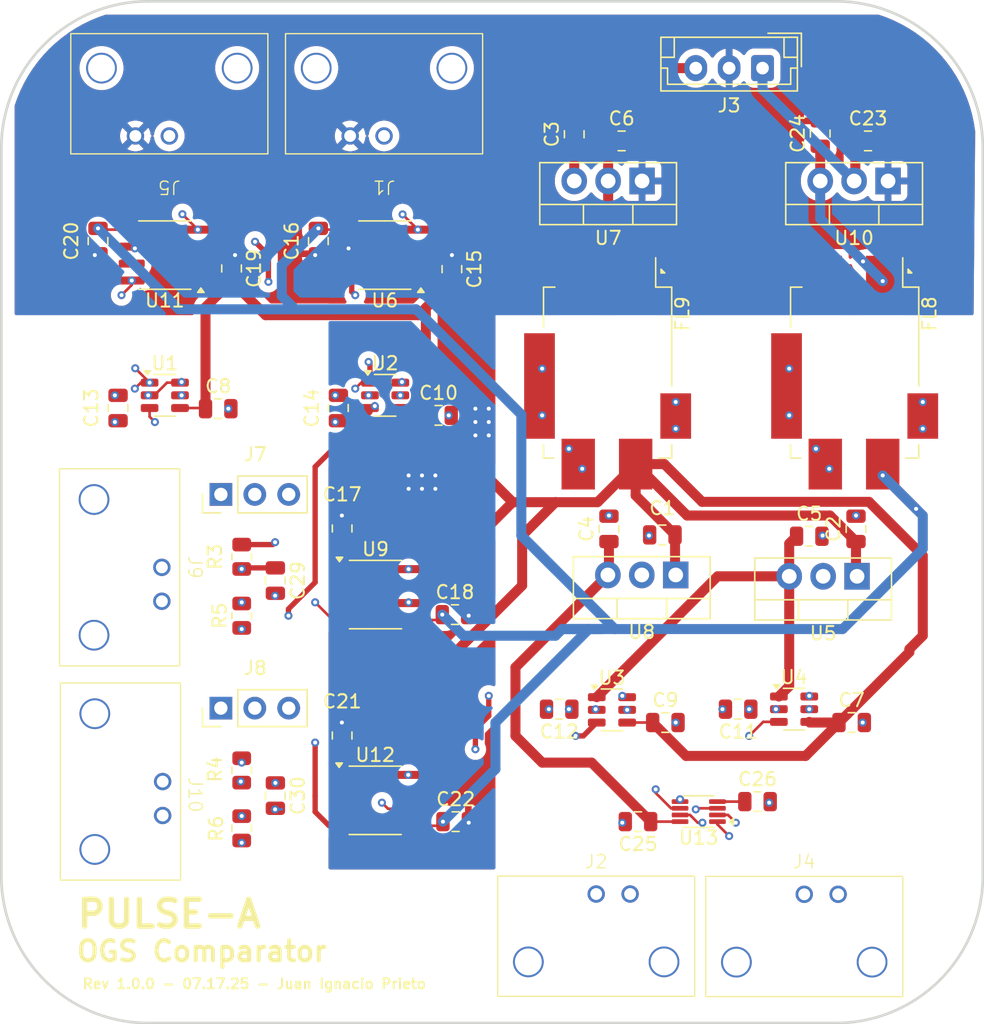
<source format=kicad_pcb>
(kicad_pcb (version 20241229) (generator "pcbnew") (generator_version "9.0")
  (layers (0 "F.Cu" signal) (4 "In1.Cu" signal) (6 "In2.Cu" signal) (2 "B.Cu" signal) (13 "F.Paste" user) (15 "B.Paste" user) (5 "F.SilkS" user "F.Silkscreen") (7 "B.SilkS" user "B.Silkscreen") (1 "F.Mask" user) (3 "B.Mask" user) (25 "Edge.Cuts" user))
  (net 0 "")
  (net 1 "GND-0")
  (net 2 "GND-1")
  (net 3 "Net-(R4-Pad1)")
  (net 4 "Net-(J10-In)")
  (net 5 "Net-(R3-Pad1)")
  (net 6 "Net-(J9-In)")
  (net 7 "Net-(FL8-B)")
  (net 8 "GND")
  (net 9 "-PWR")
  (net 10 "GND_Filter")
  (net 11 "+5V")
  (net 12 "FPGA")
  (net 13 "Threshold")
  (net 14 "+PWR")
  (net 15 "Net-(FL9-B)")
  (net 16 "Net-(U1-Pad5)")
  (net 17 "Net-(J1A-In1)")
  (net 18 "V_0")
  (net 19 "Net-(U13-Pad6)")
  (net 20 "V_1")
  (net 21 "Net-(U13-Pad2)")
  (net 22 "Net-(U13-Pad1)")
  (net 24 "-5V")
  (net 36 "Net-(J5A-In1)")
  (net 37 "Net-(J4A-In1)")
  (net 38 "Net-(J2A-In1)")
  (net 39 "Net-(U13C-GND)")
  (net 40 "Net-(J10-Ext)")
  (net 41 "Net-(J7-Pin_2)")
  (footprint "Capacitor_SMD:C_0805_2012Metric" (layer "F.Cu") (at 176.175 91)
    (property "Reference" "C7")
    (property "Value" "0.1 uF")
  )
  (footprint "Capacitor_SMD:C_0805_2012Metric" (layer "F.Cu") (at 177.4 47.45)
    (property "Reference" "C23")
    (property "Value" "2.2uF")
  )
  (footprint "Resistor_SMD:R_0805_2012Metric" (layer "F.Cu") (at 130.5 94.5875 -90)
    (property "Reference" "R4")
    (property "Value" "51")
  )
  (footprint "Capacitor_SMD:C_0805_2012Metric" (layer "F.Cu") (at 136.24 54.95 -90)
    (property "Reference" "C16")
    (property "Value" "0.1uf")
  )
  (footprint "OGS Comparator Footpring Library V.01:Molex BNC" (layer "F.Cu") (at 141.16 50.42 180)
    (property "Reference" "J1")
    (property "Value" "Voltage Amplifier Input (BNC)")
  )
  (footprint "Capacitor_SMD:C_0805_2012Metric" (layer "F.Cu") (at 138.02 91.97 -90)
    (property "Reference" "C21")
    (property "Value" "0.1uf")
  )
  (footprint "Capacitor_SMD:C_0805_2012Metric" (layer "F.Cu") (at 155.4 46.95 90)
    (property "Reference" "C3")
    (property "Value" "10uF")
  )
  (footprint "Capacitor_SMD:C_0805_2012Metric" (layer "F.Cu") (at 119.74 54.95 -90)
    (property "Reference" "C20")
    (property "Value" "0.1uf")
  )
  (footprint "Capacitor_SMD:C_0805_2012Metric" (layer "F.Cu") (at 158.95 47.45)
    (property "Reference" "C6")
    (property "Value" "10uF")
  )
  (footprint "Resistor_SMD:R_0805_2012Metric" (layer "F.Cu") (at 130.5 83 90)
    (property "Reference" "R5")
    (property "Value" "10")
  )
  (footprint "Capacitor_SMD:C_0805_2012Metric" (layer "F.Cu") (at 154.275 90 180)
    (property "Reference" "C12")
    (property "Value" "0.1 uF")
  )
  (footprint "Package_TO_SOT_THT:TO-220-3_Vertical" (layer "F.Cu") (at 163 79.95 180)
    (property "Reference" "U8")
    (property "Value" "Voltage Regulator (FPGA)")
  )
  (footprint "Filter:Filter_Murata_BNX025" (layer "F.Cu") (at 176.4 64.8 -90)
    (property "Reference" "FL8")
    (property "Value" "BNX023-01L")
  )
  (footprint "Capacitor_SMD:C_0805_2012Metric" (layer "F.Cu") (at 160.175 98.42 180)
    (property "Reference" "C25")
    (property "Value" "0.1 uF")
  )
  (footprint "Capacitor_SMD:C_0805_2012Metric" (layer "F.Cu") (at 145.24 68)
    (property "Reference" "C10")
    (property "Value" "0.1 uF")
  )
  (footprint "Resistor_SMD:R_0805_2012Metric" (layer "F.Cu") (at 130.5 98.92 90)
    (property "Reference" "R6")
    (property "Value" "10")
  )
  (footprint "Capacitor_SMD:C_0805_2012Metric" (layer "F.Cu") (at 133.02 96.47 -90)
    (property "Reference" "C30")
    (property "Value" "2.2nF")
  )
  (footprint "Capacitor_SMD:C_0805_2012Metric" (layer "F.Cu") (at 137.74 67.45 -90)
    (property "Reference" "C14")
    (property "Value" "0.1 uF")
  )
  (footprint "Connector_PinHeader_2.54mm:PinHeader_1x03_P2.54mm_Vertical" (layer "F.Cu") (at 128.94 73.92 90)
    (property "Reference" "J7")
    (property "Value" "GND/REF")
  )
  (footprint "Capacitor_SMD:C_0805_2012Metric" (layer "F.Cu") (at 129.74 57 -90)
    (property "Reference" "C19")
    (property "Value" "0.1uf")
  )
  (footprint "Capacitor_SMD:C_0805_2012Metric" (layer "F.Cu") (at 162 76.95 180)
    (property "Reference" "C1")
    (property "Value" "4.7uF")
  )
  (footprint "Capacitor_SMD:C_0805_2012Metric" (layer "F.Cu") (at 146.24 57.05 -90)
    (property "Reference" "C15")
    (property "Value" "0.1uf")
  )
  (footprint "Package_SO:SOIC-8_3.9x4.9mm_P1.27mm" (layer "F.Cu") (at 140.495 96.825)
    (property "Reference" "U12")
    (property "Value" "BUF602xD")
  )
  (footprint "Connector_JST:JST_EH_B3B-EH-A_1x03_P2.50mm_Vertical" (layer "F.Cu") (at 169.5 42 180)
    (property "Reference" "J3")
    (property "Value" "Power Inputs")
  )
  (footprint "Capacitor_SMD:C_0805_2012Metric" (layer "F.Cu") (at 133.02 80.37 -90)
    (property "Reference" "C29")
    (property "Value" "2.2nF")
  )
  (footprint "Capacitor_SMD:C_0805_2012Metric" (layer "F.Cu") (at 146.47 82.92)
    (property "Reference" "C18")
    (property "Value" "0.1uf")
  )
  (footprint "Package_TO_SOT_SMD:SOT-23-6" (layer "F.Cu") (at 124.74 66.5)
    (property "Reference" "U1")
    (property "Value" "TLV1831-Q1")
  )
  (footprint "Capacitor_SMD:C_0805_2012Metric" (layer "F.Cu") (at 176.5 76.5 90)
    (property "Reference" "C2")
    (property "Value" "0.1uF")
  )
  (footprint "Package_SO:SOIC-8_3.9x4.9mm_P1.27mm" (layer "F.Cu") (at 140.52 81.42)
    (property "Reference" "U9")
    (property "Value" "BUF602xD")
  )
  (footprint "Capacitor_SMD:C_0805_2012Metric" (layer "F.Cu") (at 128.74 67.5)
    (property "Reference" "C8")
    (property "Value" "0.1 uF")
  )
  (footprint "OGS Comparator Footpring Library V.01:Molex BNC" (layer "F.Cu") (at 127.92 95.42 -90)
    (property "Reference" "J10")
    (property "Value" "Molex 0731375003")
  )
  (footprint "Capacitor_SMD:C_0805_2012Metric" (layer "F.Cu") (at 162.225 91)
    (property "Reference" "C9")
    (property "Value" "0.1 uF")
  )
  (footprint "Package_SO:SOIC-8_3.9x4.9mm_P1.27mm" (layer "F.Cu") (at 124.74 56 180)
    (property "Reference" "U11")
    (property "Value" "BUF602xD")
  )
  (footprint "Capacitor_SMD:C_0805_2012Metric" (layer "F.Cu") (at 169.125 96.92)
    (property "Reference" "C26")
    (property "Value" "0.1 uF")
  )
  (footprint "Capacitor_SMD:C_0805_2012Metric" (layer "F.Cu") (at 173 77.05)
    (property "Reference" "C5")
    (property "Value" "1uF")
  )
  (footprint "Capacitor_SMD:C_0805_2012Metric" (layer "F.Cu") (at 158 76.5 90)
    (property "Reference" "C4")
    (property "Value" "1uF")
  )
  (footprint "Capacitor_SMD:C_0805_2012Metric" (layer "F.Cu") (at 146.52 98.42)
    (property "Reference" "C22")
    (property "Value" "0.1uf")
  )
  (footprint "Package_TO_SOT_THT:TO-220-3_Vertical" (layer "F.Cu") (at 178.9 50.45 180)
    (property "Reference" "U10")
    (property "Value" "Voltage Regulator -5V")
  )
  (footprint "Capacitor_SMD:C_0805_2012Metric" (layer "F.Cu") (at 138.02 76.47 -90)
    (property "Reference" "C17")
    (property "Value" "0.1uf")
  )
  (footprint "Package_TO_SOT_THT:TO-220-3_Vertical" (layer "F.Cu") (at 160.48 50.45 180)
    (property "Reference" "U7")
    (property "Value" "Voltage Regulator +5V")
  )
  (footprint "OGS Comparator Footpring Library V.01:Molex BNC" (layer "F.Cu") (at 125.08 50.42 180)
    (property "Reference" "J5")
    (property "Value" "Voltage Amplifier Input (BNC)")
  )
  (footprint "Resistor_SMD:R_0805_2012Metric" (layer "F.Cu") (at 130.5 78.5875 -90)
    (property "Reference" "R3")
    (property "Value" "51")
  )
  (footprint "Package_TO_SOT_THT:TO-220-3_Vertical" (layer "F.Cu") (at 176.58 80.05 180)
    (property "Reference" "U5")
    (property "Value" "Voltage Regulator (Threshold)")
  )
  (footprint "Package_TO_SOT_SMD:SOT-23-6" (layer "F.Cu") (at 141.24 66.5)
    (property "Reference" "U2")
    (property "Value" "TLV1831-Q1")
  )
  (footprint "Filter:Filter_Murata_BNX025" (layer "F.Cu") (at 157.9 64.8 -90)
    (property "Reference" "FL9")
    (property "Value" "BNX023-01L")
  )
  (footprint "OGS Comparator Footpring Library V.01:Molex BNC" (layer "F.Cu") (at 172.625 100.52)
    (property "Reference" "J4")
    (property "Value" "Comparator Output (BNC)")
  )
  (footprint "Package_SO:VSSOP-8_2.3x2mm_P0.5mm" (layer "F.Cu") (at 164.725 97.67 180)
    (property "Reference" "U13")
    (property "Value" "74LVC2G08")
  )
  (footprint "Capacitor_SMD:C_0805_2012Metric" (layer "F.Cu") (at 121.24 67.45 -90)
    (property "Reference" "C13")
    (property "Value" "0.1 uF")
  )
  (footprint "Capacitor_SMD:C_0805_2012Metric" (layer "F.Cu") (at 173.82 46.9 90)
    (property "Reference" "C24")
    (property "Value" "1uF")
  )
  (footprint "Connector_PinHeader_2.54mm:PinHeader_1x03_P2.54mm_Vertical" (layer "F.Cu") (at 128.94 89.92 90)
    (property "Reference" "J8")
    (property "Value" "GND/REF")
  )
  (footprint "OGS Comparator Footpring Library V.01:Molex BNC" (layer "F.Cu") (at 127.86 79.38 -90)
    (property "Reference" "J9")
    (property "Value" "Molex 0731375003")
  )
  (footprint "Package_SO:SOIC-8_3.9x4.9mm_P1.27mm" (layer "F.Cu") (at 141.215 56 180)
    (property "Reference" "U6")
    (property "Value" "BUF602xD")
  )
  (footprint "Capacitor_SMD:C_0805_2012Metric" (layer "F.Cu") (at 167.675 90 180)
    (property "Reference" "C11")
    (property "Value" "0.1 uF")
  )
  (footprint "Package_TO_SOT_SMD:SOT-23-6" (layer "F.Cu") (at 158.225 90.05)
    (property "Reference" "U3")
    (property "Value" "TLV1831-Q1")
  )
  (footprint "OGS Comparator Footpring Library V.01:Molex BNC" (layer "F.Cu") (at 157.045 100.5)
    (property "Reference" "J2")
    (property "Value" "Comparator Output (BNC)")
  )
  (footprint "Package_TO_SOT_SMD:SOT-23-6" (layer "F.Cu") (at 171.8625 90)
    (property "Reference" "U4")
    (property "Value" "TLV1831-Q1")
  )
  (gr_arc (start 175 37) (mid 182.778175 40.221825) (end 186 48) (stroke (width 0.2)) (layer "Edge.Cuts"))
  (gr_line (start 186 48) (end 186 102.5) (stroke (width 0.2)) (layer "Edge.Cuts"))
  (gr_arc (start 112.5 48) (mid 115.721825 40.221825) (end 123.5 37) (stroke (width 0.2)) (layer "Edge.Cuts"))
  (gr_line (start 112.5 48) (end 112.5 102.5) (stroke (width 0.2)) (layer "Edge.Cuts"))
  (gr_arc (start 123.5 113.5) (mid 115.721825 110.278175) (end 112.5 102.5) (stroke (width 0.2)) (layer "Edge.Cuts"))
  (gr_line (start 123.5 113.5) (end 175 113.5) (stroke (width 0.2)) (layer "Edge.Cuts"))
  (gr_line (start 123.5 37) (end 175 37) (stroke (width 0.2)) (layer "Edge.Cuts"))
  (gr_arc (start 186 102.5) (mid 182.778175 110.278175) (end 175 113.5) (stroke (width 0.2)) (layer "Edge.Cuts"))
  (gr_text "PULSE-A" (at 118 106.5 0) (layer "F.SilkS") (effects (font (size 2 2) (thickness 0.4) (bold yes)) (justify left bottom)))
  (gr_text "Rev 1.0.0 - 07.17.25 - Juan Ignacio Prieto" (at 118.5 111 0) (layer "F.SilkS") (effects (font (size 0.75 0.75) (thickness 0.15) (bold yes)) (justify left bottom)))
  (gr_text "OGS Comparator" (at 118 109 0) (layer "F.SilkS") (effects (font (size 1.5 1.5) (thickness 0.3) (bold yes)) (justify left bottom)))
  (via (at 130.5 100) (size 0.6) (drill 0.3) (layers "F.Cu" "B.Cu") (net 1))
  (via (at 130.5 84) (size 0.6) (drill 0.3) (layers "F.Cu" "B.Cu") (net 2))
  (segment (start 130.5 93.675) (end 130.5 94) (width 0.4) (layer "F.Cu") (net 3))
  (via (at 142.97 94.92) (size 0.6) (drill 0.3) (layers "F.Cu" "B.Cu") (net 3))
  (via (at 130.5 94) (size 0.6) (drill 0.3) (layers "F.Cu" "B.Cu") (net 3))
  (via (at 133.02 95.52) (size 0.6) (drill 0.3) (layers "F.Cu" "B.Cu") (net 4))
  (via (at 130.4325 95.42) (size 0.6) (drill 0.3) (layers "F.Cu" "B.Cu") (net 4))
  (segment (start 130.5 77.675) (end 132.825 77.675) (width 0.4) (layer "F.Cu") (net 5))
  (segment (start 132.825 77.675) (end 133 77.5) (width 0.2) (layer "F.Cu") (net 5))
  (via (at 142.995 79.515) (size 0.6) (drill 0.3) (layers "F.Cu" "B.Cu") (net 5))
  (via (at 133 77.5) (size 0.6) (drill 0.3) (layers "F.Cu" "B.Cu") (net 5))
  (segment (start 130.58 79.42) (end 130.5 79.5) (width 0.2) (layer "F.Cu") (net 6))
  (segment (start 133.02 79.42) (end 130.58 79.42) (width 0.4) (layer "F.Cu") (net 6))
  (via (at 130.5 79.5) (size 0.6) (drill 0.3) (layers "F.Cu" "B.Cu") (net 6))
  (segment (start 178.45 57.95) (end 177.5 57) (width 0.2) (layer "F.Cu") (net 7))
  (segment (start 178.45 57.95) (end 178.5 57.95) (width 0.2) (layer "F.Cu") (net 7))
  (segment (start 178.5 57.95) (end 177.025 56.475) (width 0.75) (layer "F.Cu") (net 7))
  (segment (start 173.82 50.45) (end 173.82 47.85) (width 0.75) (layer "F.Cu") (net 7))
  (via (at 178.5 57.95) (size 0.7) (drill 0.3) (layers "F.Cu" "B.Cu") (net 7))
  (via (at 177.025 56.475) (size 0.6) (drill 0.3) (layers "F.Cu" "B.Cu") (net 7))
  (segment (start 173.82 50.45) (end 173.82 53.27) (width 0.75) (layer "B.Cu") (net 7))
  (segment (start 177.025 56.475) (end 178.5 57.95) (width 0.75) (layer "B.Cu") (net 7))
  (segment (start 173.82 53.27) (end 177.025 56.475) (width 0.75) (layer "B.Cu") (net 7))
  (via (at 130 56) (size 0.6) (drill 0.3) (layers "F.Cu" "B.Cu") (net 8))
  (via (at 143 72.5) (size 0.6) (drill 0.3) (layers "F.Cu" "B.Cu") (net 8))
  (via (at 149 67.5) (size 0.6) (drill 0.3) (layers "F.Cu" "B.Cu") (net 8))
  (via (at 149 68.5) (size 0.6) (drill 0.3) (layers "F.Cu" "B.Cu") (net 8))
  (via (at 138 75.5) (size 0.6) (drill 0.3) (layers "F.Cu" "B.Cu") (net 8))
  (via (at 147.5 83) (size 0.6) (drill 0.3) (layers "F.Cu" "B.Cu") (net 8))
  (via (at 138 91) (size 0.6) (drill 0.3) (layers "F.Cu" "B.Cu") (net 8))
  (via (at 122.5 55.5) (size 0.6) (drill 0.3) (layers "F.Cu" "B.Cu") (net 8))
  (via (at 148 67.5) (size 0.6) (drill 0.3) (layers "F.Cu" "B.Cu") (net 8))
  (via (at 145 72.5) (size 0.6) (drill 0.3) (layers "F.Cu" "B.Cu") (net 8))
  (via (at 146.24 56) (size 0.6) (drill 0.3) (layers "F.Cu" "B.Cu") (net 8))
  (via (at 147.5 98.5) (size 0.6) (drill 0.3) (layers "F.Cu" "B.Cu") (net 8))
  (via (at 119.5 56) (size 0.6) (drill 0.3) (layers "F.Cu" "B.Cu") (net 8))
  (via (at 148 68.5) (size 0.6) (drill 0.3) (layers "F.Cu" "B.Cu") (net 8))
  (via (at 145 73.5) (size 0.6) (drill 0.3) (layers "F.Cu" "B.Cu") (net 8))
  (via (at 143 73.5) (size 0.6) (drill 0.3) (layers "F.Cu" "B.Cu") (net 8))
  (via (at 144 73.5) (size 0.6) (drill 0.3) (layers "F.Cu" "B.Cu") (net 8))
  (via (at 149 69.5) (size 0.6) (drill 0.3) (layers "F.Cu" "B.Cu") (net 8))
  (via (at 144 72.5) (size 0.6) (drill 0.3) (layers "F.Cu" "B.Cu") (net 8))
  (via (at 148 69.5) (size 0.6) (drill 0.3) (layers "F.Cu" "B.Cu") (net 8))
  (via (at 138.5 55.5) (size 0.6) (drill 0.3) (layers "F.Cu" "B.Cu") (net 8))
  (via (at 136 56) (size 0.6) (drill 0.3) (layers "F.Cu" "B.Cu") (net 8))
  (segment (start 176.45 47.45) (end 176.45 50.36) (width 0.75) (layer "F.Cu") (net 9))
  (segment (start 176.45 50.36) (end 176.36 50.45) (width 0.2) (layer "F.Cu") (net 9))
  (segment (start 169.5 43.59) (end 176.36 50.45) (width 0.75) (layer "B.Cu") (net 9))
  (segment (start 169.5 42) (end 169.5 43.59) (width 0.75) (layer "B.Cu") (net 9))
  (segment (start 124.906968 65.55) (end 123.956968 66.5) (width 0.2) (layer "F.Cu") (net 10))
  (segment (start 152.8 64.7) (end 153 64.5) (width 0.2) (layer "F.Cu") (net 10))
  (segment (start 152.8 65.8) (end 152.8 64.7) (width 0.2) (layer "F.Cu") (net 10))
  (segment (start 123.956968 66.5) (end 123.6025 66.5) (width 0.2) (layer "F.Cu") (net 10))
  (segment (start 125.8775 65.55) (end 124.906968 65.55) (width 0.2) (layer "F.Cu") (net 10))
  (via (at 161 77) (size 0.6) (drill 0.3) (layers "F.Cu" "B.Cu") (net 10))
  (via (at 173.5 70.5) (size 0.6) (drill 0.3) (layers "F.Cu" "B.Cu") (net 10))
  (via (at 173 89) (size 0.6) (drill 0.3) (layers "F.Cu" "B.Cu") (net 10))
  (via (at 153 68) (size 0.6) (drill 0.3) (layers "F.Cu" "B.Cu") (net 10))
  (via (at 137.5 66.5) (size 0.6) (drill 0.3) (layers "F.Cu" "B.Cu") (net 10))
  (via (at 121 68.5) (size 0.6) (drill 0.3) (layers "F.Cu" "B.Cu") (net 10))
  (via (at 176.5 75.5) (size 0.6) (drill 0.3) (layers "F.Cu" "B.Cu") (net 10))
  (via (at 159 89) (size 0.6) (drill 0.3) (layers "F.Cu" "B.Cu") (net 10))
  (via (at 146 68) (size 0.6) (drill 0.3) (layers "F.Cu" "B.Cu") (net 10))
  (via (at 163 69) (size 0.6) (drill 0.3) (layers "F.Cu" "B.Cu") (net 10))
  (via (at 159 98.5) (size 0.6) (drill 0.3) (layers "F.Cu" "B.Cu") (net 10))
  (via (at 153.5 90) (size 0.6) (drill 0.3) (layers "F.Cu" "B.Cu") (net 10))
  (via (at 155 90) (size 0.6) (drill 0.3) (layers "F.Cu" "B.Cu") (net 10))
  (via (at 163 67) (size 0.6) (drill 0.3) (layers "F.Cu" "B.Cu") (net 10))
  (via (at 137.5 68.5) (size 0.6) (drill 0.3) (layers "F.Cu" "B.Cu") (net 10))
  (via (at 170 97) (size 0.6) (drill 0.3) (layers "F.Cu" "B.Cu") (net 10))
  (via (at 171.5 64.5) (size 0.6) (drill 0.3) (layers "F.Cu" "B.Cu") (net 10))
  (via (at 123.5 66.5) (size 0.6) (drill 0.3) (layers "F.Cu" "B.Cu") (net 10))
  (via (at 155 70.5) (size 0.6) (drill 0.3) (layers "F.Cu" "B.Cu") (net 10))
  (via (at 129.5 67.5) (size 0.6) (drill 0.3) (layers "F.Cu" "B.Cu") (net 10))
  (via (at 177 91) (size 0.6) (drill 0.3) (layers "F.Cu" "B.Cu") (net 10))
  (via (at 181.5 69) (size 0.6) (drill 0.3) (layers "F.Cu" "B.Cu") (net 10))
  (via (at 126 65.5) (size 0.6) (drill 0.3) (layers "F.Cu" "B.Cu") (net 10))
  (via (at 170.5 90) (size 0.6) (drill 0.3) (layers "F.Cu" "B.Cu") (net 10))
  (via (at 163 91) (size 0.6) (drill 0.3) (layers "F.Cu" "B.Cu") (net 10))
  (via (at 171.5 68) (size 0.6) (drill 0.3) (layers "F.Cu" "B.Cu") (net 10))
  (via (at 174.5 72) (size 0.6) (drill 0.3) (layers "F.Cu" "B.Cu") (net 10))
  (via (at 157 90) (size 0.6) (drill 0.3) (layers "F.Cu" "B.Cu") (net 10))
  (via (at 181.5 67) (size 0.6) (drill 0.3) (layers "F.Cu" "B.Cu") (net 10))
  (via (at 121 66.5) (size 0.6) (drill 0.3) (layers "F.Cu" "B.Cu") (net 10))
  (via (at 140 66.5) (size 0.6) (drill 0.3) (layers "F.Cu" "B.Cu") (net 10))
  (via (at 142.5 65.5) (size 0.6) (drill 0.3) (layers "F.Cu" "B.Cu") (net 10))
  (via (at 174 77) (size 0.6) (drill 0.3) (layers "F.Cu" "B.Cu") (net 10))
  (via (at 168.5 90) (size 0.6) (drill 0.3) (layers "F.Cu" "B.Cu") (net 10))
  (via (at 153 64.5) (size 0.6) (drill 0.3) (layers "F.Cu" "B.Cu") (net 10))
  (via (at 156 72) (size 0.6) (drill 0.3) (layers "F.Cu" "B.Cu") (net 10))
  (via (at 158 75.5) (size 0.6) (drill 0.3) (layers "F.Cu" "B.Cu") (net 10))
  (via (at 166.5 90) (size 0.6) (drill 0.3) (layers "F.Cu" "B.Cu") (net 10))
  (segment (start 144.29 59.95) (end 146.24 58) (width 0.75) (layer "F.Cu") (net 11))
  (segment (start 129.695 57.905) (end 129.74 57.95) (width 0.2) (layer "F.Cu") (net 11))
  (segment (start 181.5 84.5) (end 180.5 85.5) (width 0.75) (layer "F.Cu") (net 11))
  (segment (start 157.15 74.5) (end 160 71.65) (width 0.75) (layer "F.Cu") (net 11))
  (segment (start 162.95 76.95) (end 162.95 79.9) (width 0.75) (layer "F.Cu") (net 11))
  (segment (start 172.725 93.5) (end 163.775 93.5) (width 0.75) (layer "F.Cu") (net 11))
  (segment (start 138.045 79.515) (end 138.045 77.445) (width 0.2) (layer "F.Cu") (net 11))
  (segment (start 180.5 85.5) (end 180.5 85.725) (width 0.75) (layer "F.Cu") (net 11))
  (segment (start 125.8775 67.45) (end 127.74 67.45) (width 0.2) (layer "F.Cu") (net 11))
  (segment (start 150.79 74.5) (end 147.87 77.42) (width 0.75) (layer "F.Cu") (net 11))
  (segment (start 127.79 67.5) (end 127.79 59.9) (width 0.75) (layer "F.Cu") (net 11))
  (segment (start 138.045 77.445) (end 138.02 77.42) (width 0.2) (layer "F.Cu") (net 11))
  (segment (start 159.3625 91) (end 161.275 91) (width 0.2) (layer "F.Cu") (net 11))
  (segment (start 147.87 77.42) (end 138.02 77.42) (width 0.75) (layer "F.Cu") (net 11))
  (segment (start 173.05 91) (end 173 90.95) (width 0.75) (layer "F.Cu") (net 11))
  (segment (start 160 71.65) (end 162.15 71.65) (width 0.75) (layer "F.Cu") (net 11))
  (segment (start 127.79 59.9) (end 129.74 57.95) (width 0.75) (layer "F.Cu") (net 11))
  (segment (start 151.5 77) (end 151.5 80.740068) (width 0.75) (layer "F.Cu") (net 11))
  (segment (start 132.29 60.5) (end 143.74 60.5) (width 0.75) (layer "F.Cu") (net 11))
  (segment (start 177.474 74.474) (end 181.5 78.5) (width 0.75) (layer "F.Cu") (net 11))
  (segment (start 143.74 60.5) (end 146.24 58) (width 0.75) (layer "F.Cu") (net 11))
  (segment (start 174.55 75.5) (end 163.85 75.5) (width 0.75) (layer "F.Cu") (net 11))
  (segment (start 143.69 57.905) (end 146.145 57.905) (width 0.2) (layer "F.Cu") (net 11))
  (segment (start 163.85 75.5) (end 160 71.65) (width 0.75) (layer "F.Cu") (net 11))
  (segment (start 175.225 91) (end 172.725 93.5) (width 0.75) (layer "F.Cu") (net 11))
  (segment (start 164.974 74.474) (end 177.474 74.474) (width 0.75) (layer "F.Cu") (net 11))
  (segment (start 143.74 67.45) (end 142.3775 67.45) (width 0.2) (layer "F.Cu") (net 11))
  (segment (start 127.74 67.45) (end 127.79 67.5) (width 0.2) (layer "F.Cu") (net 11))
  (segment (start 180.5 85.725) (end 175.225 91) (width 0.75) (layer "F.Cu") (net 11))
  (segment (start 144.29 68) (end 144.29 59.95) (width 0.75) (layer "F.Cu") (net 11))
  (segment (start 162.15 71.65) (end 164.974 74.474) (width 0.75) (layer "F.Cu") (net 11))
  (segment (start 146.145 57.905) (end 146.24 58) (width 0.2) (layer "F.Cu") (net 11))
  (segment (start 144.29 68) (end 143.74 67.45) (width 0.2) (layer "F.Cu") (net 11))
  (segment (start 176.5 77.45) (end 176.5 79.97) (width 0.75) (layer "F.Cu") (net 11))
  (segment (start 162.95 76.95) (end 160 74) (width 0.75) (layer "F.Cu") (net 11))
  (segment (start 151.5 80.740068) (end 139.320068 92.92) (width 0.75) (layer "F.Cu") (net 11))
  (segment (start 176.5 79.97) (end 176.58 80.05) (width 0.2) (layer "F.Cu") (net 11))
  (segment (start 127.215 57.905) (end 129.695 57.905) (width 0.2) (layer "F.Cu") (net 11))
  (segment (start 162.95 79.9) (end 163 79.95) (width 0.2) (layer "F.Cu") (net 11))
  (segment (start 139.320068 92.92) (end 138.02 92.92) (width 0.75) (layer "F.Cu") (net 11))
  (segment (start 181.5 78.5) (end 181.5 84.5) (width 0.75) (layer "F.Cu") (net 11))
  (segment (start 129.74 57.95) (end 132.29 60.5) (width 0.75) (layer "F.Cu") (net 11))
  (segment (start 163.775 93.5) (end 161.275 91) (width 0.75) (layer "F.Cu") (net 11))
  (segment (start 138.02 94.92) (end 138.02 92.92) (width 0.2) (layer "F.Cu") (net 11))
  (segment (start 154 74.5) (end 157.15 74.5) (width 0.75) (layer "F.Cu") (net 11))
  (segment (start 144.29 68) (end 150.79 74.5) (width 0.75) (layer "F.Cu") (net 11))
  (segment (start 176.5 77.45) (end 174.55 75.5) (width 0.75) (layer "F.Cu") (net 11))
  (segment (start 160 74) (end 160 71.65) (width 0.75) (layer "F.Cu") (net 11))
  (segment (start 154 74.5) (end 151.5 77) (width 0.75) (layer "F.Cu") (net 11))
  (segment (start 175.225 91) (end 173.05 91) (width 0.75) (layer "F.Cu") (net 11))
  (segment (start 150.79 74.5) (end 154 74.5) (width 0.75) (layer "F.Cu") (net 11))
  (segment (start 158 77.45) (end 158 79.87) (width 0.75) (layer "F.Cu") (net 12))
  (segment (start 151 92) (end 153 94) (width 0.75) (layer "F.Cu") (net 12))
  (segment (start 158 79.87) (end 157.92 79.95) (width 0.2) (layer "F.Cu") (net 12))
  (segment (start 153 94) (end 156.705 94) (width 0.75) (layer "F.Cu") (net 12))
  (segment (start 157.92 79.95) (end 151 86.87) (width 0.75) (layer "F.Cu") (net 12))
  (segment (start 156.705 94) (end 161.125 98.42) (width 0.75) (layer "F.Cu") (net 12))
  (segment (start 151 86.87) (end 151 92) (width 0.75) (layer "F.Cu") (net 12))
  (segment (start 163.325 98.42) (end 161.125 98.42) (width 0.2) (layer "F.Cu") (net 12))
  (segment (start 171.5 88.275) (end 170.725 89.05) (width 0.75) (layer "F.Cu") (net 13))
  (segment (start 166.1375 80.05) (end 157.0875 89.1) (width 0.75) (layer "F.Cu") (net 13))
  (segment (start 171.5 80.05) (end 166.1375 80.05) (width 0.75) (layer "F.Cu") (net 13))
  (segment (start 171.5 77.6) (end 172.05 77.05) (width 0.75) (layer "F.Cu") (net 13))
  (segment (start 171.5 80.05) (end 171.5 88.275) (width 0.75) (layer "F.Cu") (net 13))
  (segment (start 171.5 80.05) (end 171.5 77.6) (width 0.75) (layer "F.Cu") (net 13))
  (segment (start 155.4 47.9) (end 155.4 50.45) (width 0.75) (layer "F.Cu") (net 14))
  (segment (start 161.3 42) (end 155.4 47.9) (width 0.75) (layer "F.Cu") (net 14))
  (segment (start 164.5 42) (end 161.3 42) (width 0.75) (layer "F.Cu") (net 14))
  (segment (start 157.94 55.89) (end 160 57.95) (width 0.75) (layer "F.Cu") (net 15))
  (segment (start 157.94 47.51) (end 158 47.45) (width 0.75) (layer "F.Cu") (net 15))
  (segment (start 157.94 50.45) (end 157.94 55.89) (width 0.75) (layer "F.Cu") (net 15))
  (segment (start 157.94 50.45) (end 157.94 47.51) (width 0.75) (layer "F.Cu") (net 15))
  (segment (start 163.325 96.92) (end 163.325 96.745) (width 0.2) (layer "F.Cu") (net 16))
  (segment (start 148 91.5) (end 148 93) (width 0.4) (layer "F.Cu") (net 16))
  (segment (start 125.8775 66.5) (end 126 66.5) (width 0.2) (layer "F.Cu") (net 16))
  (segment (start 149 90.5) (end 148 91.5) (width 0.4) (layer "F.Cu") (net 16))
  (segment (start 149 89) (end 149 90.5) (width 0.4) (layer "F.Cu") (net 16))
  (via (at 163.325 96.745) (size 0.6) (drill 0.3) (layers "F.Cu" "B.Cu") (net 16))
  (via (at 126 66.5) (size 0.6) (drill 0.3) (layers "F.Cu" "B.Cu") (net 16))
  (via (at 148 93) (size 0.6) (drill 0.3) (layers "F.Cu" "B.Cu") (net 16))
  (via (at 149 89) (size 0.6) (drill 0.3) (layers "F.Cu" "B.Cu") (net 16))
  (segment (start 126 66.5) (end 126 66.650057) (width 0.2) (layer "B.Cu") (net 16))
  (segment (start 137.325 83.325) (end 138.045 83.325) (width 0.2) (layer "F.Cu") (net 17))
  (segment (start 136 82) (end 137.325 83.325) (width 0.2) (layer "F.Cu") (net 17))
  (segment (start 123.6025 68.1025) (end 124 68.5) (width 0.2) (layer "F.Cu") (net 17))
  (segment (start 143.69 54.095) (end 142.5475 52.9525) (width 0.2) (layer "F.Cu") (net 17))
  (segment (start 123.6025 67.45) (end 123.6025 68.1025) (width 0.2) (layer "F.Cu") (net 17))
  (via (at 136 82) (size 0.6) (drill 0.3) (layers "F.Cu" "B.Cu") (net 17))
  (via (at 142.5475 52.9525) (size 0.6) (drill 0.3) (layers "F.Cu" "B.Cu") (net 17))
  (via (at 143.69 54.095) (size 0.6) (drill 0.3) (layers "F.Cu" "B.Cu") (net 17))
  (via (at 124 68.5) (size 0.6) (drill 0.3) (layers "F.Cu" "B.Cu") (net 17))
  (segment (start 156.0875 92) (end 155.5 92) (width 0.4) (layer "F.Cu") (net 18))
  (segment (start 122.95 65.55) (end 123.6025 65.55) (width 0.2) (layer "F.Cu") (net 18))
  (segment (start 157.0875 91) (end 156.0875 92) (width 0.4) (layer "F.Cu") (net 18))
  (segment (start 123.6025 65.55) (end 122.52625 64.47375) (width 0.2) (layer "F.Cu") (net 18))
  (segment (start 122.5 66) (end 122.95 65.55) (width 0.2) (layer "F.Cu") (net 18))
  (segment (start 122.265 57.905) (end 122.265 58.235) (width 0.2) (layer "F.Cu") (net 18))
  (segment (start 122.265 58.235) (end 121.5 59) (width 0.2) (layer "F.Cu") (net 18))
  (via (at 123.6025 65.55) (size 0.6) (drill 0.3) (layers "F.Cu" "B.Cu") (net 18))
  (via (at 122.52625 64.47375) (size 0.6) (drill 0.3) (layers "F.Cu" "B.Cu") (net 18))
  (via (at 122.265 57.905) (size 0.6) (drill 0.3) (layers "F.Cu" "B.Cu") (net 18))
  (via (at 122.5 66) (size 0.6) (drill 0.3) (layers "F.Cu" "B.Cu") (net 18))
  (via (at 121.5 59) (size 0.6) (drill 0.3) (layers "F.Cu" "B.Cu") (net 18))
  (via (at 155.5 92) (size 0.6) (drill 0.3) (layers "F.Cu" "B.Cu") (net 18))
  (segment (start 161.5 96.271848) (end 161.5 96) (width 0.2) (layer "F.Cu") (net 19))
  (segment (start 163.325 97.42) (end 162.648152 97.42) (width 0.2) (layer "F.Cu") (net 19))
  (segment (start 162.648152 97.42) (end 161.5 96.271848) (width 0.2) (layer "F.Cu") (net 19))
  (via (at 173 90) (size 0.6) (drill 0.3) (layers "F.Cu" "B.Cu") (net 19))
  (via (at 161.5 96) (size 0.6) (drill 0.3) (layers "F.Cu" "B.Cu") (net 19))
  (segment (start 138.74 58.74) (end 139 59) (width 0.4) (layer "F.Cu") (net 20))
  (segment (start 139.45 65.55) (end 140.1025 65.55) (width 0.2) (layer "F.Cu") (net 20))
  (segment (start 140.1025 64.1025) (end 140 64) (width 0.2) (layer "F.Cu") (net 20))
  (segment (start 140.1025 65.55) (end 140.1025 64.1025) (width 0.4) (layer "F.Cu") (net 20))
  (segment (start 138.74 57.905) (end 138.74 58.74) (width 0.4) (layer "F.Cu") (net 20))
  (segment (start 139 66) (end 139.45 65.55) (width 0.2) (layer "F.Cu") (net 20))
  (segment (start 169.55 90.95) (end 168.5 92) (width 0.2) (layer "F.Cu") (net 20))
  (segment (start 170.725 90.95) (end 169.55 90.95) (width 0.2) (layer "F.Cu") (net 20))
  (via (at 140 64) (size 0.6) (drill 0.3) (layers "F.Cu" "B.Cu") (net 20))
  (via (at 139 59) (size 0.6) (drill 0.3) (layers "F.Cu" "B.Cu") (net 20))
  (via (at 139 66) (size 0.6) (drill 0.3) (layers "F.Cu" "B.Cu") (net 20))
  (via (at 168.5 92) (size 0.6) (drill 0.3) (layers "F.Cu" "B.Cu") (net 20))
  (segment (start 166.125 97.92) (end 166.92 97.92) (width 0.2) (layer "F.Cu") (net 21))
  (segment (start 166.92 97.92) (end 167.5 98.5) (width 0.2) (layer "F.Cu") (net 21))
  (via (at 167.5 98.5) (size 0.6) (drill 0.3) (layers "F.Cu" "B.Cu") (net 21))
  (via (at 159.3625 90.05) (size 0.6) (drill 0.3) (layers "F.Cu" "B.Cu") (net 21))
  (segment (start 166.125 98.42) (end 166.125 98.625) (width 0.2) (layer "F.Cu") (net 22))
  (segment (start 166.125 98.625) (end 167 99.5) (width 0.2) (layer "F.Cu") (net 22))
  (via (at 142.3775 66.5) (size 0.6) (drill 0.3) (layers "F.Cu" "B.Cu") (net 22))
  (via (at 167 99.5) (size 0.6) (drill 0.3) (layers "F.Cu" "B.Cu") (net 22))
  (segment (start 145.26 98.73) (end 145.57 98.42) (width 0.2) (layer "F.Cu") (net 24))
  (segment (start 145.115 83.325) (end 145.52 82.92) (width 0.2) (layer "F.Cu") (net 24))
  (segment (start 138.74 54.095) (end 136.335 54.095) (width 0.2) (layer "F.Cu") (net 24))
  (segment (start 136.335 54.095) (end 136.24 54) (width 0.2) (layer "F.Cu") (net 24))
  (segment (start 142.97 98.73) (end 145.26 98.73) (width 0.2) (layer "F.Cu") (net 24))
  (segment (start 142.995 83.325) (end 145.115 83.325) (width 0.2) (layer "F.Cu") (net 24))
  (segment (start 178.5 72.5) (end 181 75) (width 0.75) (layer "F.Cu") (net 24))
  (segment (start 119.835 54.095) (end 119.74 54) (width 0.2) (layer "F.Cu") (net 24))
  (segment (start 178.5 71.65) (end 178.5 72.5) (width 0.2) (layer "F.Cu") (net 24))
  (segment (start 122.265 54.095) (end 119.835 54.095) (width 0.2) (layer "F.Cu") (net 24))
  (via (at 145.52 82.92) (size 0.6) (drill 0.3) (layers "F.Cu" "B.Cu") (net 24))
  (via (at 119.74 54) (size 0.6) (drill 0.3) (layers "F.Cu" "B.Cu") (net 24))
  (via (at 136.24 54) (size 0.6) (drill 0.3) (layers "F.Cu" "B.Cu") (net 24))
  (via (at 178.5 72.5) (size 0.6) (drill 0.3) (layers "F.Cu" "B.Cu") (net 24))
  (via (at 181 75) (size 0.6) (drill 0.3) (layers "F.Cu" "B.Cu") (net 24))
  (via (at 145.57 98.42) (size 0.6) (drill 0.3) (layers "F.Cu" "B.Cu") (net 24))
  (segment (start 181.5 75.5) (end 181 75) (width 0.75) (layer "B.Cu") (net 24))
  (segment (start 154 84.5) (end 154.5 84) (width 0.75) (layer "B.Cu") (net 24))
  (segment (start 133.5 56.74) (end 136.24 54) (width 0.75) (layer "B.Cu") (net 24))
  (segment (start 153.97 79.53) (end 151.44 77) (width 0.75) (layer "B.Cu") (net 24))
  (segment (start 158.44 84) (end 154.5 84) (width 0.75) (layer "B.Cu") (net 24))
  (segment (start 133.5 59.06) (end 133.5 56.74) (width 0.75) (layer "B.Cu") (net 24))
  (segment (start 143.56 60.06) (end 134.5 60.06) (width 0.75) (layer "B.Cu") (net 24))
  (segment (start 125.8 60.06) (end 119.74 54) (width 0.75) (layer "B.Cu") (net 24))
  (segment (start 156.5 84) (end 154.5 84) (width 0.75) (layer "B.Cu") (net 24))
  (segment (start 181 75) (end 178.5 72.5) (width 0.75) (layer "B.Cu") (net 24))
  (segment (start 145.52 82.92) (end 147.1 84.5) (width 0.75) (layer "B.Cu") (net 24))
  (segment (start 156.5 84) (end 149.5 91) (width 0.75) (layer "B.Cu") (net 24))
  (segment (start 158.44 84) (end 151.44 77) (width 0.75) (layer "B.Cu") (net 24))
  (segment (start 149.5 91) (end 149.5 94.49) (width 0.75) (layer "B.Cu") (net 24))
  (segment (start 151.44 77) (end 151.44 67.94) (width 0.75) (layer "B.Cu") (net 24))
  (segment (start 175.5 84) (end 158.44 84) (width 0.75) (layer "B.Cu") (net 24))
  (segment (start 181.5 78) (end 181.5 75.5) (width 0.75) (layer "B.Cu") (net 24))
  (segment (start 151.44 67.94) (end 143.56 60.06) (width 0.75) (layer "B.Cu") (net 24))
  (segment (start 134.5 60.06) (end 125.8 60.06) (width 0.75) (layer "B.Cu") (net 24))
  (segment (start 147.1 84.5) (end 154 84.5) (width 0.75) (layer "B.Cu") (net 24))
  (segment (start 181.5 78) (end 175.5 84) (width 0.75) (layer "B.Cu") (net 24))
  (segment (start 157.5 84) (end 156.5 84) (width 0.75) (layer "B.Cu") (net 24))
  (segment (start 134.5 60.06) (end 133.5 59.06) (width 0.75) (layer "B.Cu") (net 24))
  (segment (start 149.5 94.49) (end 145.57 98.42) (width 0.75) (layer "B.Cu") (net 24))
  (segment (start 136 97.684999) (end 136 96.5) (width 0.4) (layer "F.Cu") (net 36))
  (segment (start 127.215 54.095) (end 126.06 52.94) (width 0.2) (layer "F.Cu") (net 36))
  (segment (start 137.045001 98.73) (end 136 97.684999) (width 0.4) (layer "F.Cu") (net 36))
  (segment (start 134 83) (end 134 82.5) (width 0.4) (layer "F.Cu") (net 36))
  (segment (start 134 82.5) (end 136 80.5) (width 0.4) (layer "F.Cu") (net 36))
  (segment (start 136 80.5) (end 136 71.852499) (width 0.4) (layer "F.Cu") (net 36))
  (segment (start 140.317203 67.45) (end 140.467203 67.3) (width 0.2) (layer "F.Cu") (net 36))
  (segment (start 140.1025 67.749999) (end 140.1025 67.45) (width 0.2) (layer "F.Cu") (net 36))
  (segment (start 136 96.5) (end 136 92.5) (width 0.4) (layer "F.Cu") (net 36))
  (segment (start 132.5 56) (end 131.5 55) (width 0.4) (layer "F.Cu") (net 36))
  (segment (start 136 71.852499) (end 140.1025 67.749999) (width 0.4) (layer "F.Cu") (net 36))
  (segment (start 138.02 98.73) (end 137.045001 98.73) (width 0.2) (layer "F.Cu") (net 36))
  (segment (start 140.1025 67.45) (end 140.317203 67.45) (width 0.2) (layer "F.Cu") (net 36))
  (segment (start 132.5 58) (end 132.5 56) (width 0.4) (layer "F.Cu") (net 36))
  (via (at 126.06 52.94) (size 0.6) (drill 0.3) (layers "F.Cu" "B.Cu") (net 36))
  (via (at 136 92.5) (size 0.6) (drill 0.3) (layers "F.Cu" "B.Cu") (net 36))
  (via (at 134 83) (size 0.6) (drill 0.3) (layers "F.Cu" "B.Cu") (net 36))
  (via (at 127.215 54.095) (size 0.6) (drill 0.3) (layers "F.Cu" "B.Cu") (net 36))
  (via (at 132.5 58) (size 0.6) (drill 0.3) (layers "F.Cu" "B.Cu") (net 36))
  (via (at 140.467203 67.3) (size 0.6) (drill 0.3) (layers "F.Cu" "B.Cu") (net 36))
  (via (at 131.5 55) (size 0.6) (drill 0.3) (layers "F.Cu" "B.Cu") (net 36))
  (segment (start 164.650057 98.5) (end 165 98.5) (width 0.2) (layer "F.Cu") (net 37))
  (segment (start 163.325 97.92) (end 164.070057 97.92) (width 0.2) (layer "F.Cu") (net 37))
  (segment (start 164.070057 97.92) (end 164.650057 98.5) (width 0.2) (layer "F.Cu") (net 37))
  (via (at 165 98.5) (size 0.6) (drill 0.3) (layers "F.Cu" "B.Cu") (net 37))
  (segment (start 164.58 97.42) (end 166.125 97.42) (width 0.2) (layer "F.Cu") (net 38))
  (segment (start 164.5 97.5) (end 164.58 97.42) (width 0.2) (layer "F.Cu") (net 38))
  (via (at 164.5 97.5) (size 0.6) (drill 0.3) (layers "F.Cu" "B.Cu") (net 38))
  (segment (start 166.125 96.92) (end 168.175 96.92) (width 0.2) (layer "F.Cu") (net 39))
  (segment (start 133.02 97.48) (end 133 97.5) (width 0.2) (layer "F.Cu") (net 40))
  (segment (start 141.46 97.46) (end 141 97) (width 0.2) (layer "F.Cu") (net 40))
  (segment (start 133.02 97.42) (end 133.02 97.48) (width 0.2) (layer "F.Cu") (net 40))
  (segment (start 142.97 97.46) (end 141.46 97.46) (width 0.2) (layer "F.Cu") (net 40))
  (via (at 130.5 98) (size 0.6) (drill 0.3) (layers "F.Cu" "B.Cu") (net 40))
  (via (at 141 97) (size 0.6) (drill 0.3) (layers "F.Cu" "B.Cu") (net 40))
  (via (at 133 97.5) (size 0.6) (drill 0.3) (layers "F.Cu" "B.Cu") (net 40))
  (segment (start 133 97.5) (end 133.5 97.5) (width 0.2) (layer "B.Cu") (net 40))
  (via (at 133 81.5) (size 0.6) (drill 0.3) (layers "F.Cu" "B.Cu") (net 41))
  (via (at 130.5 82) (size 0.6) (drill 0.3) (layers "F.Cu" "B.Cu") (net 41))
  (via (at 143 82) (size 0.6) (drill 0.3) (layers "F.Cu" "B.Cu") (net 41))
  (zone (net 8) (net_name "GND") (layers "F.Cu" "B.Cu") (connect_pads (clearance 0.5)) (min_thickness 0.25) (fill yes (thermal_gap 0.5) (thermal_bridge_width 0.5))
    (polygon (pts (xy 113.5 38) (xy 185.5 38) (xy 185.304054 60.5) (xy 113.5 60.5)))
  )
  (zone (net 8) (net_name "GND") (layers "F.Cu" "B.Cu" "In1.Cu" "In2.Cu") (connect_pads (clearance 0.5)) (min_thickness 0.25) (fill yes (thermal_gap 0.5) (thermal_bridge_width 0.5))
    (polygon (pts (xy 137 102) (xy 137 49.85197) (xy 149.5 49.960829) (xy 149.5 102)))
  )
)
</source>
